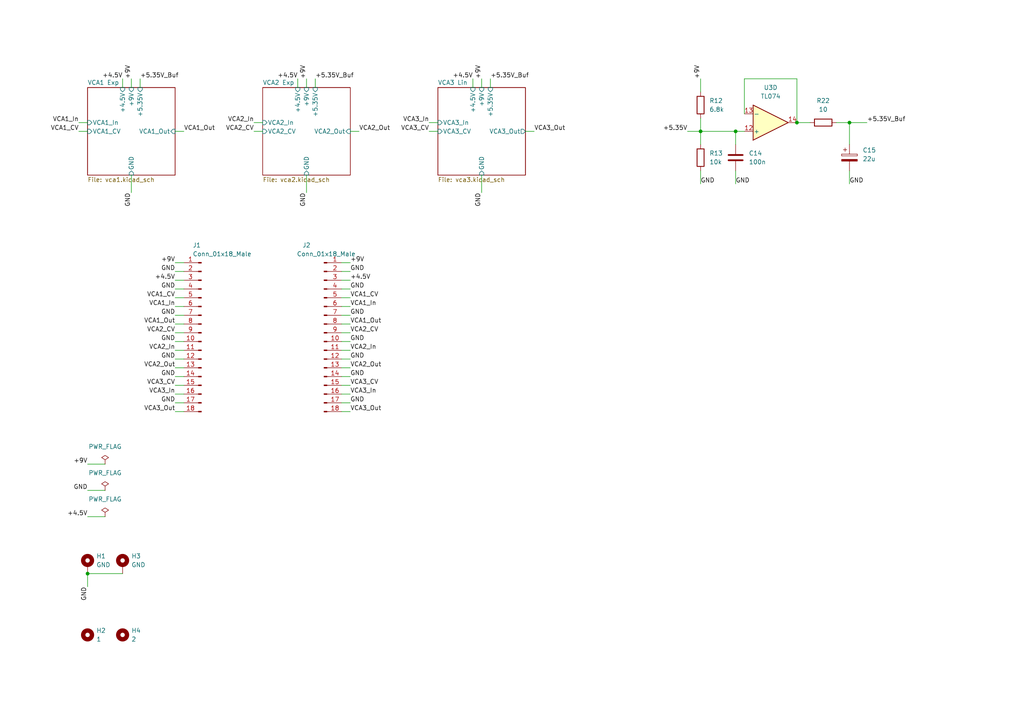
<source format=kicad_sch>
(kicad_sch (version 20211123) (generator eeschema)
  (paper "A4")
  (lib_symbols
    (symbol "Amplifier_Operational:TL074" (pin_names (offset 0.127))
      (property "Reference" "U" (at 0 5.08 0))
      (property "Value" "TL074" (at 0 -5.08 0))
      (symbol "TL074_1_1"
        (polyline (pts (xy -5.08 5.08) (xy 5.08 0) (xy -5.08 -5.08) (xy -5.08 5.08)) (stroke (width 0.254)) (fill (type background)))
        (pin output line (at 7.62 0 180) (length 2.54) (name "~") (number "1"))
        (pin input line (at -7.62 -2.54 0) (length 2.54) (name "-") (number "2"))
        (pin input line (at -7.62 2.54 0) (length 2.54) (name "+") (number "3"))
      )
      (symbol "TL074_2_1"
        (polyline (pts (xy -5.08 5.08) (xy 5.08 0) (xy -5.08 -5.08) (xy -5.08 5.08)) (stroke (width 0.254)) (fill (type background)))
        (pin input line (at -7.62 2.54 0) (length 2.54) (name "+") (number "5"))
        (pin input line (at -7.62 -2.54 0) (length 2.54) (name "-") (number "6"))
        (pin output line (at 7.62 0 180) (length 2.54) (name "~") (number "7"))
      )
      (symbol "TL074_3_1"
        (polyline (pts (xy -5.08 5.08) (xy 5.08 0) (xy -5.08 -5.08) (xy -5.08 5.08)) (stroke (width 0.254)) (fill (type background)))
        (pin input line (at -7.62 2.54 0) (length 2.54) (name "+") (number "10"))
        (pin output line (at 7.62 0 180) (length 2.54) (name "~") (number "8"))
        (pin input line (at -7.62 -2.54 0) (length 2.54) (name "-") (number "9"))
      )
      (symbol "TL074_4_1"
        (polyline (pts (xy -5.08 5.08) (xy 5.08 0) (xy -5.08 -5.08) (xy -5.08 5.08)) (stroke (width 0.254)) (fill (type background)))
        (pin input line (at -7.62 2.54 0) (length 2.54) (name "+") (number "12"))
        (pin input line (at -7.62 -2.54 0) (length 2.54) (name "-") (number "13"))
        (pin output line (at 7.62 0 180) (length 2.54) (name "~") (number "14"))
      )
      (symbol "TL074_5_1"
        (pin power_in line (at -2.54 -7.62 90) (length 3.81) (name "V-") (number "11"))
        (pin power_in line (at -2.54 7.62 270) (length 3.81) (name "V+") (number "4"))
      )
    )
    (symbol "Connector:Conn_01x18_Male" (pin_names (offset 1.016) hide)
      (property "Reference" "J" (at 0 22.86 0))
      (property "Value" "Conn_01x18_Male" (at 0 -25.4 0))
      (symbol "Conn_01x18_Male_1_1"
        (polyline (pts (xy 1.27 -22.86) (xy 0.8636 -22.86)) (stroke (width 0.1524)))
        (polyline (pts (xy 1.27 -20.32) (xy 0.8636 -20.32)) (stroke (width 0.1524)))
        (polyline (pts (xy 1.27 -17.78) (xy 0.8636 -17.78)) (stroke (width 0.1524)))
        (polyline (pts (xy 1.27 -15.24) (xy 0.8636 -15.24)) (stroke (width 0.1524)))
        (polyline (pts (xy 1.27 -12.7) (xy 0.8636 -12.7)) (stroke (width 0.1524)))
        (polyline (pts (xy 1.27 -10.16) (xy 0.8636 -10.16)) (stroke (width 0.1524)))
        (polyline (pts (xy 1.27 -7.62) (xy 0.8636 -7.62)) (stroke (width 0.1524)))
        (polyline (pts (xy 1.27 -5.08) (xy 0.8636 -5.08)) (stroke (width 0.1524)))
        (polyline (pts (xy 1.27 -2.54) (xy 0.8636 -2.54)) (stroke (width 0.1524)))
        (polyline (pts (xy 1.27 0) (xy 0.8636 0)) (stroke (width 0.1524)))
        (polyline (pts (xy 1.27 2.54) (xy 0.8636 2.54)) (stroke (width 0.1524)))
        (polyline (pts (xy 1.27 5.08) (xy 0.8636 5.08)) (stroke (width 0.1524)))
        (polyline (pts (xy 1.27 7.62) (xy 0.8636 7.62)) (stroke (width 0.1524)))
        (polyline (pts (xy 1.27 10.16) (xy 0.8636 10.16)) (stroke (width 0.1524)))
        (polyline (pts (xy 1.27 12.7) (xy 0.8636 12.7)) (stroke (width 0.1524)))
        (polyline (pts (xy 1.27 15.24) (xy 0.8636 15.24)) (stroke (width 0.1524)))
        (polyline (pts (xy 1.27 17.78) (xy 0.8636 17.78)) (stroke (width 0.1524)))
        (polyline (pts (xy 1.27 20.32) (xy 0.8636 20.32)) (stroke (width 0.1524)))
        (rectangle (start 0.8636 -22.733) (end 0 -22.987) (stroke (width 0.1524)) (fill (type outline)))
        (rectangle (start 0.8636 -20.193) (end 0 -20.447) (stroke (width 0.1524)) (fill (type outline)))
        (rectangle (start 0.8636 -17.653) (end 0 -17.907) (stroke (width 0.1524)) (fill (type outline)))
        (rectangle (start 0.8636 -15.113) (end 0 -15.367) (stroke (width 0.1524)) (fill (type outline)))
        (rectangle (start 0.8636 -12.573) (end 0 -12.827) (stroke (width 0.1524)) (fill (type outline)))
        (rectangle (start 0.8636 -10.033) (end 0 -10.287) (stroke (width 0.1524)) (fill (type outline)))
        (rectangle (start 0.8636 -7.493) (end 0 -7.747) (stroke (width 0.1524)) (fill (type outline)))
        (rectangle (start 0.8636 -4.953) (end 0 -5.207) (stroke (width 0.1524)) (fill (type outline)))
        (rectangle (start 0.8636 -2.413) (end 0 -2.667) (stroke (width 0.1524)) (fill (type outline)))
        (rectangle (start 0.8636 0.127) (end 0 -0.127) (stroke (width 0.1524)) (fill (type outline)))
        (rectangle (start 0.8636 2.667) (end 0 2.413) (stroke (width 0.1524)) (fill (type outline)))
        (rectangle (start 0.8636 5.207) (end 0 4.953) (stroke (width 0.1524)) (fill (type outline)))
        (rectangle (start 0.8636 7.747) (end 0 7.493) (stroke (width 0.1524)) (fill (type outline)))
        (rectangle (start 0.8636 10.287) (end 0 10.033) (stroke (width 0.1524)) (fill (type outline)))
        (rectangle (start 0.8636 12.827) (end 0 12.573) (stroke (width 0.1524)) (fill (type outline)))
        (rectangle (start 0.8636 15.367) (end 0 15.113) (stroke (width 0.1524)) (fill (type outline)))
        (rectangle (start 0.8636 17.907) (end 0 17.653) (stroke (width 0.1524)) (fill (type outline)))
        (rectangle (start 0.8636 20.447) (end 0 20.193) (stroke (width 0.1524)) (fill (type outline)))
        (pin passive line (at 5.08 20.32 180) (length 3.81) (name "Pin_1") (number "1"))
        (pin passive line (at 5.08 -2.54 180) (length 3.81) (name "Pin_10") (number "10"))
        (pin passive line (at 5.08 -5.08 180) (length 3.81) (name "Pin_11") (number "11"))
        (pin passive line (at 5.08 -7.62 180) (length 3.81) (name "Pin_12") (number "12"))
        (pin passive line (at 5.08 -10.16 180) (length 3.81) (name "Pin_13") (number "13"))
        (pin passive line (at 5.08 -12.7 180) (length 3.81) (name "Pin_14") (number "14"))
        (pin passive line (at 5.08 -15.24 180) (length 3.81) (name "Pin_15") (number "15"))
        (pin passive line (at 5.08 -17.78 180) (length 3.81) (name "Pin_16") (number "16"))
        (pin passive line (at 5.08 -20.32 180) (length 3.81) (name "Pin_17") (number "17"))
        (pin passive line (at 5.08 -22.86 180) (length 3.81) (name "Pin_18") (number "18"))
        (pin passive line (at 5.08 17.78 180) (length 3.81) (name "Pin_2") (number "2"))
        (pin passive line (at 5.08 15.24 180) (length 3.81) (name "Pin_3") (number "3"))
        (pin passive line (at 5.08 12.7 180) (length 3.81) (name "Pin_4") (number "4"))
        (pin passive line (at 5.08 10.16 180) (length 3.81) (name "Pin_5") (number "5"))
        (pin passive line (at 5.08 7.62 180) (length 3.81) (name "Pin_6") (number "6"))
        (pin passive line (at 5.08 5.08 180) (length 3.81) (name "Pin_7") (number "7"))
        (pin passive line (at 5.08 2.54 180) (length 3.81) (name "Pin_8") (number "8"))
        (pin passive line (at 5.08 0 180) (length 3.81) (name "Pin_9") (number "9"))
      )
    )
    (symbol "Device:C" (pin_numbers hide) (pin_names (offset 0.254))
      (property "Reference" "C" (at 0.635 2.54 0))
      (property "Value" "C" (at 0.635 -2.54 0))
      (symbol "C_0_1"
        (polyline (pts (xy -2.032 -0.762) (xy 2.032 -0.762)) (stroke (width 0.508)))
        (polyline (pts (xy -2.032 0.762) (xy 2.032 0.762)) (stroke (width 0.508)))
      )
      (symbol "C_1_1"
        (pin passive line (at 0 3.81 270) (length 2.794) (name "~") (number "1"))
        (pin passive line (at 0 -3.81 90) (length 2.794) (name "~") (number "2"))
      )
    )
    (symbol "Device:C_Polarized" (pin_numbers hide) (pin_names (offset 0.254))
      (property "Reference" "C" (at 0.635 2.54 0))
      (property "Value" "C_Polarized" (at 0.635 -2.54 0))
      (symbol "C_Polarized_0_1"
        (rectangle (start -2.286 0.508) (end 2.286 1.016))
        (polyline (pts (xy -1.778 2.286) (xy -0.762 2.286)))
        (polyline (pts (xy -1.27 2.794) (xy -1.27 1.778)))
        (rectangle (start 2.286 -0.508) (end -2.286 -1.016) (fill (type outline)))
      )
      (symbol "C_Polarized_1_1"
        (pin passive line (at 0 3.81 270) (length 2.794) (name "~") (number "1"))
        (pin passive line (at 0 -3.81 90) (length 2.794) (name "~") (number "2"))
      )
    )
    (symbol "Device:R" (pin_numbers hide) (pin_names (offset 0))
      (property "Reference" "R" (at 2.032 0 90))
      (property "Value" "R" (at 0 0 90))
      (symbol "R_0_1"
        (rectangle (start -1.016 -2.54) (end 1.016 2.54) (stroke (width 0.254)))
      )
      (symbol "R_1_1"
        (pin passive line (at 0 3.81 270) (length 1.27) (name "~") (number "1"))
        (pin passive line (at 0 -3.81 90) (length 1.27) (name "~") (number "2"))
      )
    )
    (symbol "Mechanical:MountingHole" (pin_names (offset 1.016))
      (property "Reference" "H" (at 0 5.08 0))
      (property "Value" "MountingHole" (at 0 3.175 0))
      (symbol "MountingHole_0_1"
        (circle (center 0 0) (radius 1.27) (stroke (width 1.27)))
      )
    )
    (symbol "Mechanical:MountingHole_Pad" (pin_numbers hide) (pin_names (offset 1.016) hide)
      (property "Reference" "H" (at 0 6.35 0))
      (property "Value" "MountingHole_Pad" (at 0 4.445 0))
      (symbol "MountingHole_Pad_0_1"
        (circle (center 0 1.27) (radius 1.27) (stroke (width 1.27)))
      )
      (symbol "MountingHole_Pad_1_1"
        (pin input line (at 0 -2.54 90) (length 2.54) (name "1") (number "1"))
      )
    )
    (symbol "power:PWR_FLAG" (power) (pin_numbers hide) (pin_names (offset 0) hide)
      (property "Value" "PWR_FLAG" (at 0 3.81 0))
      (symbol "PWR_FLAG_0_0"
        (pin power_out line (at 0 0 90) (length 0) (name "pwr") (number "1"))
      )
      (symbol "PWR_FLAG_0_1"
        (polyline (pts (xy 0 0) (xy 0 1.27) (xy -1.016 1.905) (xy 0 2.54) (xy 1.016 1.905) (xy 0 1.27)))
      )
    )
  )
  (junction (at 213.36 38.1))
  (junction (at 25.4 166.37))
  (junction (at 203.2 38.1))
  (junction (at 231.14 35.56))
  (junction (at 246.38 35.56))
  (wire (pts (xy 99.06 104.14) (xy 101.6 104.14)))
  (wire (pts (xy 213.36 38.1) (xy 213.36 41.91)))
  (wire (pts (xy 22.86 35.56) (xy 25.4 35.56)))
  (wire (pts (xy 25.4 134.62) (xy 30.48 134.62)))
  (wire (pts (xy 124.46 38.1) (xy 127 38.1)))
  (wire (pts (xy 25.4 142.24) (xy 30.48 142.24)))
  (wire (pts (xy 99.06 76.2) (xy 101.6 76.2)))
  (wire (pts (xy 213.36 38.1) (xy 215.9 38.1)))
  (wire (pts (xy 88.9 22.86) (xy 88.9 25.4)))
  (wire (pts (xy 50.8 88.9) (xy 53.34 88.9)))
  (wire (pts (xy 203.2 49.53) (xy 203.2 53.34)))
  (wire (pts (xy 38.1 50.8) (xy 38.1 55.88)))
  (wire (pts (xy 242.57 35.56) (xy 246.38 35.56)))
  (wire (pts (xy 50.8 78.74) (xy 53.34 78.74)))
  (wire (pts (xy 203.2 34.29) (xy 203.2 38.1)))
  (wire (pts (xy 99.06 96.52) (xy 101.6 96.52)))
  (wire (pts (xy 152.4 38.1) (xy 154.94 38.1)))
  (wire (pts (xy 124.46 35.56) (xy 127 35.56)))
  (wire (pts (xy 50.8 91.44) (xy 53.34 91.44)))
  (wire (pts (xy 203.2 38.1) (xy 213.36 38.1)))
  (wire (pts (xy 50.8 104.14) (xy 53.34 104.14)))
  (wire (pts (xy 99.06 119.38) (xy 101.6 119.38)))
  (wire (pts (xy 213.36 49.53) (xy 213.36 53.34)))
  (wire (pts (xy 99.06 86.36) (xy 101.6 86.36)))
  (wire (pts (xy 99.06 99.06) (xy 101.6 99.06)))
  (wire (pts (xy 99.06 81.28) (xy 101.6 81.28)))
  (wire (pts (xy 231.14 35.56) (xy 234.95 35.56)))
  (wire (pts (xy 231.14 22.86) (xy 231.14 35.56)))
  (wire (pts (xy 25.4 166.37) (xy 35.56 166.37)))
  (wire (pts (xy 203.2 38.1) (xy 203.2 41.91)))
  (wire (pts (xy 40.64 22.86) (xy 40.64 25.4)))
  (wire (pts (xy 73.66 38.1) (xy 76.2 38.1)))
  (wire (pts (xy 199.39 38.1) (xy 203.2 38.1)))
  (wire (pts (xy 50.8 119.38) (xy 53.34 119.38)))
  (wire (pts (xy 99.06 114.3) (xy 101.6 114.3)))
  (wire (pts (xy 99.06 109.22) (xy 101.6 109.22)))
  (wire (pts (xy 246.38 35.56) (xy 246.38 41.91)))
  (wire (pts (xy 99.06 91.44) (xy 101.6 91.44)))
  (wire (pts (xy 50.8 38.1) (xy 53.34 38.1)))
  (wire (pts (xy 25.4 166.37) (xy 25.4 170.18)))
  (wire (pts (xy 50.8 81.28) (xy 53.34 81.28)))
  (wire (pts (xy 50.8 109.22) (xy 53.34 109.22)))
  (wire (pts (xy 99.06 101.6) (xy 101.6 101.6)))
  (wire (pts (xy 50.8 83.82) (xy 53.34 83.82)))
  (wire (pts (xy 142.24 22.86) (xy 142.24 25.4)))
  (wire (pts (xy 50.8 116.84) (xy 53.34 116.84)))
  (wire (pts (xy 99.06 93.98) (xy 101.6 93.98)))
  (wire (pts (xy 50.8 101.6) (xy 53.34 101.6)))
  (wire (pts (xy 215.9 22.86) (xy 231.14 22.86)))
  (wire (pts (xy 99.06 116.84) (xy 101.6 116.84)))
  (wire (pts (xy 139.7 22.86) (xy 139.7 25.4)))
  (wire (pts (xy 99.06 106.68) (xy 101.6 106.68)))
  (wire (pts (xy 246.38 35.56) (xy 251.46 35.56)))
  (wire (pts (xy 50.8 111.76) (xy 53.34 111.76)))
  (wire (pts (xy 91.44 22.86) (xy 91.44 25.4)))
  (wire (pts (xy 215.9 33.02) (xy 215.9 22.86)))
  (wire (pts (xy 50.8 86.36) (xy 53.34 86.36)))
  (wire (pts (xy 38.1 22.86) (xy 38.1 25.4)))
  (wire (pts (xy 246.38 49.53) (xy 246.38 53.34)))
  (wire (pts (xy 50.8 76.2) (xy 53.34 76.2)))
  (wire (pts (xy 99.06 78.74) (xy 101.6 78.74)))
  (wire (pts (xy 73.66 35.56) (xy 76.2 35.56)))
  (wire (pts (xy 50.8 114.3) (xy 53.34 114.3)))
  (wire (pts (xy 50.8 99.06) (xy 53.34 99.06)))
  (wire (pts (xy 86.36 22.86) (xy 86.36 25.4)))
  (wire (pts (xy 99.06 111.76) (xy 101.6 111.76)))
  (wire (pts (xy 137.16 22.86) (xy 137.16 25.4)))
  (wire (pts (xy 22.86 38.1) (xy 25.4 38.1)))
  (wire (pts (xy 25.4 149.86) (xy 30.48 149.86)))
  (wire (pts (xy 203.2 22.86) (xy 203.2 26.67)))
  (wire (pts (xy 50.8 93.98) (xy 53.34 93.98)))
  (wire (pts (xy 99.06 88.9) (xy 101.6 88.9)))
  (wire (pts (xy 50.8 96.52) (xy 53.34 96.52)))
  (wire (pts (xy 99.06 83.82) (xy 101.6 83.82)))
  (wire (pts (xy 88.9 50.8) (xy 88.9 55.88)))
  (wire (pts (xy 50.8 106.68) (xy 53.34 106.68)))
  (wire (pts (xy 35.56 22.86) (xy 35.56 25.4)))
  (wire (pts (xy 139.7 50.8) (xy 139.7 55.88)))
  (wire (pts (xy 101.6 38.1) (xy 104.14 38.1)))
  (label "+4.5V" (at 50.8 81.28 180))
  (label "GND" (at 101.6 78.74 0))
  (label "GND" (at 50.8 104.14 180))
  (label "GND" (at 38.1 55.88 270))
  (label "GND" (at 50.8 83.82 180))
  (label "VCA1_Out" (at 53.34 38.1 0))
  (label "GND" (at 50.8 91.44 180))
  (label "GND" (at 101.6 99.06 0))
  (label "VCA2_In" (at 50.8 101.6 180))
  (label "+9V" (at 88.9 22.86 90))
  (label "GND" (at 50.8 78.74 180))
  (label "VCA2_CV" (at 101.6 96.52 0))
  (label "+5.35V_Buf" (at 91.44 22.86 0))
  (label "VCA2_Out" (at 101.6 106.68 0))
  (label "VCA2_Out" (at 104.14 38.1 0))
  (label "VCA1_CV" (at 101.6 86.36 0))
  (label "+5.35V" (at 199.39 38.1 180))
  (label "GND" (at 25.4 170.18 270))
  (label "+9V" (at 139.7 22.86 90))
  (label "GND" (at 25.4 142.24 180))
  (label "VCA2_Out" (at 50.8 106.68 180))
  (label "+9V" (at 50.8 76.2 180))
  (label "GND" (at 246.38 53.34 0))
  (label "GND" (at 101.6 116.84 0))
  (label "GND" (at 101.6 83.82 0))
  (label "GND" (at 50.8 116.84 180))
  (label "+5.35V_Buf" (at 142.24 22.86 0))
  (label "GND" (at 101.6 109.22 0))
  (label "+4.5V" (at 86.36 22.86 180))
  (label "GND" (at 213.36 53.34 0))
  (label "+5.35V_Buf" (at 251.46 35.56 0))
  (label "+9V" (at 25.4 134.62 180))
  (label "VCA1_CV" (at 50.8 86.36 180))
  (label "VCA3_In" (at 50.8 114.3 180))
  (label "+9V" (at 38.1 22.86 90))
  (label "VCA2_CV" (at 50.8 96.52 180))
  (label "VCA3_CV" (at 50.8 111.76 180))
  (label "VCA3_Out" (at 101.6 119.38 0))
  (label "VCA2_In" (at 101.6 101.6 0))
  (label "VCA2_In" (at 73.66 35.56 180))
  (label "+5.35V_Buf" (at 40.64 22.86 0))
  (label "+9V" (at 203.2 22.86 90))
  (label "GND" (at 101.6 91.44 0))
  (label "+4.5V" (at 35.56 22.86 180))
  (label "VCA1_CV" (at 22.86 38.1 180))
  (label "VCA3_CV" (at 101.6 111.76 0))
  (label "VCA2_CV" (at 73.66 38.1 180))
  (label "VCA3_CV" (at 124.46 38.1 180))
  (label "VCA3_In" (at 124.46 35.56 180))
  (label "GND" (at 139.7 55.88 270))
  (label "GND" (at 101.6 104.14 0))
  (label "+4.5V" (at 25.4 149.86 180))
  (label "GND" (at 50.8 109.22 180))
  (label "GND" (at 88.9 55.88 270))
  (label "VCA1_In" (at 22.86 35.56 180))
  (label "VCA1_Out" (at 101.6 93.98 0))
  (label "VCA3_Out" (at 154.94 38.1 0))
  (label "VCA3_In" (at 101.6 114.3 0))
  (label "GND" (at 203.2 53.34 0))
  (label "GND" (at 50.8 99.06 180))
  (label "VCA3_Out" (at 50.8 119.38 180))
  (label "VCA1_Out" (at 50.8 93.98 180))
  (label "+4.5V" (at 101.6 81.28 0))
  (label "+4.5V" (at 137.16 22.86 180))
  (label "+9V" (at 101.6 76.2 0))
  (label "VCA1_In" (at 101.6 88.9 0))
  (label "VCA1_In" (at 50.8 88.9 180))
  (symbol (lib_id "power:PWR_FLAG") (at 30.48 149.86 0) (unit 1)
    (property "Reference" "#FLG0101" (effects hide))
    (property "Value" "PWR_FLAG" (at 30.48 144.78 0))
  )
  (symbol (lib_id "Device:C_Polarized") (at 246.38 45.72 0) (unit 1)
    (property "Reference" "C15" (at 250.19 43.5609 0) (effects (justify left)))
    (property "Value" "22u" (at 250.19 46.1009 0) (effects (justify left)))
    (property "Footprint" "Capacitor_Tantalum_SMD:CP_EIA-3216-18_Kemet-A_Pad1.58x1.35mm_HandSolder" (effects hide))
    (property "LCSC" "C129272" (effects hide))
  )
  (symbol (lib_id "Device:R") (at 203.2 45.72 180) (unit 1)
    (property "Reference" "R13" (at 205.74 44.4499 0) (effects (justify right)))
    (property "Value" "10k" (at 205.74 46.9899 0) (effects (justify right)))
    (property "Footprint" "Resistor_SMD:R_0603_1608Metric_Pad0.98x0.95mm_HandSolder" (effects hide))
    (property "LCSC" "C25804" (effects hide))
  )
  (symbol (lib_id "Connector:Conn_01x18_Male") (at 58.42 96.52 0) (mirror y) (unit 1)
    (property "Reference" "J1" (at 55.88 71.12 0) (effects (justify right)))
    (property "Value" "Conn_01x18_Male" (at 55.88 73.66 0) (effects (justify right)))
    (property "Footprint" "Connector_PinHeader_2.54mm:PinHeader_1x18_P2.54mm_Vertical" (effects hide))
  )
  (symbol (lib_id "Device:R") (at 238.76 35.56 90) (unit 1)
    (property "Reference" "R22" (at 238.76 29.21 90))
    (property "Value" "10" (at 238.76 31.75 90))
    (property "Footprint" "Resistor_SMD:R_0603_1608Metric_Pad0.98x0.95mm_HandSolder" (effects hide))
    (property "LCSC" "C22859" (effects hide))
  )
  (symbol (lib_id "power:PWR_FLAG") (at 30.48 142.24 0) (unit 1)
    (property "Reference" "#FLG02" (effects hide))
    (property "Value" "PWR_FLAG" (at 30.48 137.16 0))
  )
  (symbol (lib_id "Amplifier_Operational:TL074") (at 223.52 35.56 0) (mirror x) (unit 4)
    (property "Reference" "U3" (at 223.52 25.4 0))
    (property "Value" "TL074" (at 223.52 27.94 0))
    (property "Footprint" "Package_SO:SOIC-14_3.9x8.7mm_P1.27mm" (effects hide))
    (property "Datasheet" "http://www.ti.com/lit/ds/symlink/tl071.pdf" (effects hide))
    (property "LCSC" "C6963" (effects hide))
  )
  (symbol (lib_id "Mechanical:MountingHole") (at 35.56 184.15 0) (unit 1)
    (property "Reference" "H4" (at 38.1 182.8799 0) (effects (justify left)))
    (property "Value" "2" (at 38.1 185.4199 0) (effects (justify left)))
    (property "Footprint" "MountingHole:MountingHole_3.2mm_M3" (effects hide))
  )
  (symbol (lib_id "Device:C") (at 213.36 45.72 180) (unit 1)
    (property "Reference" "C14" (at 217.17 44.4499 0) (effects (justify right)))
    (property "Value" "100n" (at 217.17 46.9899 0) (effects (justify right)))
    (property "Footprint" "Capacitor_SMD:C_0603_1608Metric_Pad1.08x0.95mm_HandSolder" (effects hide))
    (property "LCSC" "C76711" (effects hide))
  )
  (symbol (lib_id "Mechanical:MountingHole_Pad") (at 35.56 163.83 0) (unit 1)
    (property "Reference" "H3" (at 38.1 161.2899 0) (effects (justify left)))
    (property "Value" "GND" (at 38.1 163.8299 0) (effects (justify left)))
    (property "Footprint" "MountingHole:MountingHole_3.2mm_M3_ISO14580_Pad" (effects hide))
  )
  (symbol (lib_id "Mechanical:MountingHole_Pad") (at 25.4 163.83 0) (unit 1)
    (property "Reference" "H1" (at 27.94 161.2899 0) (effects (justify left)))
    (property "Value" "GND" (at 27.94 163.8299 0) (effects (justify left)))
    (property "Footprint" "MountingHole:MountingHole_3.2mm_M3_ISO14580_Pad" (effects hide))
  )
  (symbol (lib_id "Device:R") (at 203.2 30.48 180) (unit 1)
    (property "Reference" "R12" (at 205.74 29.2099 0) (effects (justify right)))
    (property "Value" "6.8k" (at 205.74 31.7499 0) (effects (justify right)))
    (property "Footprint" "Resistor_SMD:R_0603_1608Metric_Pad0.98x0.95mm_HandSolder" (effects hide))
    (property "LCSC" "C23212" (effects hide))
  )
  (symbol (lib_id "Mechanical:MountingHole") (at 25.4 184.15 0) (unit 1)
    (property "Reference" "H2" (at 27.94 182.8799 0) (effects (justify left)))
    (property "Value" "1" (at 27.94 185.4199 0) (effects (justify left)))
    (property "Footprint" "MountingHole:MountingHole_3.2mm_M3" (effects hide))
  )
  (symbol (lib_id "power:PWR_FLAG") (at 30.48 134.62 0) (unit 1)
    (property "Reference" "#FLG01" (effects hide))
    (property "Value" "PWR_FLAG" (at 30.48 129.54 0))
  )
  (symbol (lib_id "Connector:Conn_01x18_Male") (at 93.98 96.52 0) (unit 1)
    (property "Reference" "J2" (at 88.9 71.12 0))
    (property "Value" "Conn_01x18_Male" (at 94.615 73.66 0))
    (property "Footprint" "Connector_PinHeader_2.54mm:PinHeader_1x18_P2.54mm_Vertical" (effects hide))
  )
  (sheet (at 127 25.4) (size 25.4 25.4) (stroke (width 0.1524))
    (property "Sheet name" "VCA3 Lin" (at 127 24.6884 0) (effects (justify left bottom)))
    (property "Sheet file" "vca3.kicad_sch" (at 127 51.3846 0) (effects (justify left top)))
    (pin "VCA3_Out" output (at 152.4 38.1 0))
    (pin "+4.5V" input (at 137.16 25.4 90))
    (pin "GND" input (at 139.7 50.8 270))
    (pin "VCA3_CV" input (at 127 38.1 180))
    (pin "+5.35V" input (at 142.24 25.4 90))
    (pin "VCA3_In" input (at 127 35.56 180))
    (pin "+9V" input (at 139.7 25.4 90))
  )
  (sheet (at 76.2 25.4) (size 25.4 25.4) (stroke (width 0.1524))
    (property "Sheet name" "VCA2 Exp" (at 76.2 24.6884 0) (effects (justify left bottom)))
    (property "Sheet file" "vca2.kicad_sch" (at 76.2 51.3846 0) (effects (justify left top)))
    (pin "VCA2_Out" input (at 101.6 38.1 0))
    (pin "VCA2_In" input (at 76.2 35.56 180))
    (pin "VCA2_CV" input (at 76.2 38.1 180))
    (pin "+4.5V" input (at 86.36 25.4 90))
    (pin "+5.35V" input (at 91.44 25.4 90))
    (pin "+9V" input (at 88.9 25.4 90))
    (pin "GND" input (at 88.9 50.8 270))
  )
  (sheet (at 25.4 25.4) (size 25.4 25.4) (stroke (width 0.1524))
    (property "Sheet name" "VCA1 Exp" (at 25.4 24.6884 0) (effects (justify left bottom)))
    (property "Sheet file" "vca1.kicad_sch" (at 25.4 51.3846 0) (effects (justify left top)))
    (pin "GND" input (at 38.1 50.8 270))
    (pin "+4.5V" input (at 35.56 25.4 90))
    (pin "+9V" input (at 38.1 25.4 90))
    (pin "VCA1_Out" input (at 50.8 38.1 0))
    (pin "VCA1_CV" input (at 25.4 38.1 180))
    (pin "VCA1_In" input (at 25.4 35.56 180))
    (pin "+5.35V" input (at 40.64 25.4 90))
  )
)
</source>
